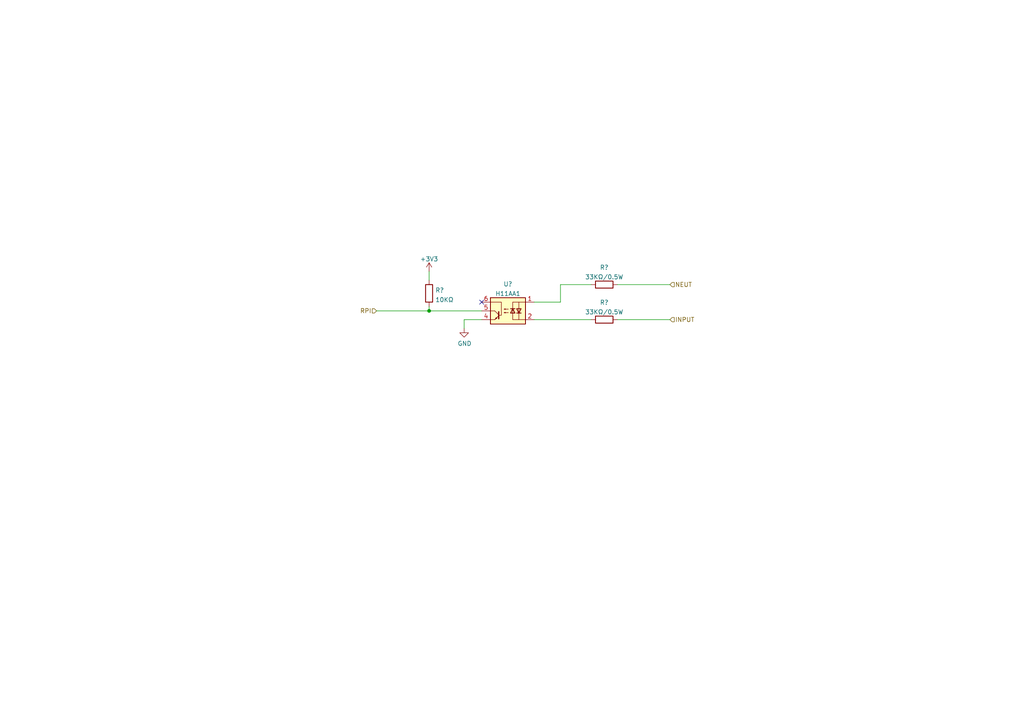
<source format=kicad_sch>
(kicad_sch (version 20211123) (generator eeschema)

  (uuid c343f10f-7158-458c-9d27-44b39b47bd87)

  (paper "A4")

  (lib_symbols
    (symbol "Device:R" (pin_numbers hide) (pin_names (offset 0)) (in_bom yes) (on_board yes)
      (property "Reference" "R" (id 0) (at 2.032 0 90)
        (effects (font (size 1.27 1.27)))
      )
      (property "Value" "R" (id 1) (at 0 0 90)
        (effects (font (size 1.27 1.27)))
      )
      (property "Footprint" "" (id 2) (at -1.778 0 90)
        (effects (font (size 1.27 1.27)) hide)
      )
      (property "Datasheet" "~" (id 3) (at 0 0 0)
        (effects (font (size 1.27 1.27)) hide)
      )
      (property "ki_keywords" "R res resistor" (id 4) (at 0 0 0)
        (effects (font (size 1.27 1.27)) hide)
      )
      (property "ki_description" "Resistor" (id 5) (at 0 0 0)
        (effects (font (size 1.27 1.27)) hide)
      )
      (property "ki_fp_filters" "R_*" (id 6) (at 0 0 0)
        (effects (font (size 1.27 1.27)) hide)
      )
      (symbol "R_0_1"
        (rectangle (start -1.016 -2.54) (end 1.016 2.54)
          (stroke (width 0.254) (type default) (color 0 0 0 0))
          (fill (type none))
        )
      )
      (symbol "R_1_1"
        (pin passive line (at 0 3.81 270) (length 1.27)
          (name "~" (effects (font (size 1.27 1.27))))
          (number "1" (effects (font (size 1.27 1.27))))
        )
        (pin passive line (at 0 -3.81 90) (length 1.27)
          (name "~" (effects (font (size 1.27 1.27))))
          (number "2" (effects (font (size 1.27 1.27))))
        )
      )
    )
    (symbol "Isolator:H11AA1" (in_bom yes) (on_board yes)
      (property "Reference" "U" (id 0) (at -5.334 4.953 0)
        (effects (font (size 1.27 1.27)) (justify left))
      )
      (property "Value" "H11AA1" (id 1) (at 0.635 4.953 0)
        (effects (font (size 1.27 1.27)) (justify left))
      )
      (property "Footprint" "Package_DIP:DIP-6_W7.62mm" (id 2) (at -12.446 -4.953 0)
        (effects (font (size 1.27 1.27) italic) (justify left) hide)
      )
      (property "Datasheet" "https://www.vishay.com/docs/83608/h11aa1.pdf" (id 3) (at 19.304 16.002 0)
        (effects (font (size 1.27 1.27)) (justify left) hide)
      )
      (property "ki_keywords" "NPN AC DC Optocoupler" (id 4) (at 0 0 0)
        (effects (font (size 1.27 1.27)) hide)
      )
      (property "ki_description" "AC/DC NPN Optocoupler, DIP-6" (id 5) (at 0 0 0)
        (effects (font (size 1.27 1.27)) hide)
      )
      (property "ki_fp_filters" "DIP*W7.62mm*" (id 6) (at 0 0 0)
        (effects (font (size 1.27 1.27)) hide)
      )
      (symbol "H11AA1_0_1"
        (polyline
          (pts
            (xy -2.032 0.635)
            (xy -0.762 0.635)
          )
          (stroke (width 0.254) (type default) (color 0 0 0 0))
          (fill (type none))
        )
        (polyline
          (pts
            (xy -1.397 -2.54)
            (xy -3.175 -2.54)
          )
          (stroke (width 0.1524) (type default) (color 0 0 0 0))
          (fill (type none))
        )
        (polyline
          (pts
            (xy -1.397 -0.635)
            (xy -1.397 -2.54)
          )
          (stroke (width 0) (type default) (color 0 0 0 0))
          (fill (type none))
        )
        (polyline
          (pts
            (xy -1.397 0.635)
            (xy -1.397 -0.635)
          )
          (stroke (width 0) (type default) (color 0 0 0 0))
          (fill (type none))
        )
        (polyline
          (pts
            (xy -1.397 0.635)
            (xy -1.397 2.54)
          )
          (stroke (width 0) (type default) (color 0 0 0 0))
          (fill (type none))
        )
        (polyline
          (pts
            (xy -1.397 2.54)
            (xy -3.175 2.54)
          )
          (stroke (width 0.1524) (type default) (color 0 0 0 0))
          (fill (type none))
        )
        (polyline
          (pts
            (xy -1.397 0.635)
            (xy -2.032 -0.635)
            (xy -0.762 -0.635)
            (xy -1.397 0.635)
          )
          (stroke (width 0.254) (type default) (color 0 0 0 0))
          (fill (type none))
        )
      )
      (symbol "H11AA1_1_1"
        (rectangle (start -5.08 3.81) (end 5.08 -3.81)
          (stroke (width 0.254) (type default) (color 0 0 0 0))
          (fill (type background))
        )
        (polyline
          (pts
            (xy -3.81 -0.635)
            (xy -2.54 -0.635)
          )
          (stroke (width 0.254) (type default) (color 0 0 0 0))
          (fill (type none))
        )
        (polyline
          (pts
            (xy 2.667 -1.397)
            (xy 3.81 -2.54)
          )
          (stroke (width 0) (type default) (color 0 0 0 0))
          (fill (type none))
        )
        (polyline
          (pts
            (xy 2.667 -1.143)
            (xy 3.81 0)
          )
          (stroke (width 0) (type default) (color 0 0 0 0))
          (fill (type none))
        )
        (polyline
          (pts
            (xy 3.81 -2.54)
            (xy 5.08 -2.54)
          )
          (stroke (width 0) (type default) (color 0 0 0 0))
          (fill (type none))
        )
        (polyline
          (pts
            (xy 3.81 0)
            (xy 5.08 0)
          )
          (stroke (width 0) (type default) (color 0 0 0 0))
          (fill (type none))
        )
        (polyline
          (pts
            (xy 2.667 -0.254)
            (xy 2.667 -2.286)
            (xy 2.667 -2.286)
          )
          (stroke (width 0.3556) (type default) (color 0 0 0 0))
          (fill (type none))
        )
        (polyline
          (pts
            (xy -5.08 -2.54)
            (xy -3.175 -2.54)
            (xy -3.175 2.54)
            (xy -5.08 2.54)
          )
          (stroke (width 0) (type default) (color 0 0 0 0))
          (fill (type none))
        )
        (polyline
          (pts
            (xy -3.175 -0.635)
            (xy -3.81 0.635)
            (xy -2.54 0.635)
            (xy -3.175 -0.635)
          )
          (stroke (width 0.254) (type default) (color 0 0 0 0))
          (fill (type none))
        )
        (polyline
          (pts
            (xy 3.683 -2.413)
            (xy 3.429 -1.905)
            (xy 3.175 -2.159)
            (xy 3.683 -2.413)
          )
          (stroke (width 0) (type default) (color 0 0 0 0))
          (fill (type none))
        )
        (polyline
          (pts
            (xy 5.08 2.54)
            (xy 1.905 2.54)
            (xy 1.905 -1.27)
            (xy 2.54 -1.27)
          )
          (stroke (width 0) (type default) (color 0 0 0 0))
          (fill (type none))
        )
        (polyline
          (pts
            (xy -0.127 -0.508)
            (xy 1.143 -0.508)
            (xy 0.762 -0.635)
            (xy 0.762 -0.381)
            (xy 1.143 -0.508)
          )
          (stroke (width 0) (type default) (color 0 0 0 0))
          (fill (type none))
        )
        (polyline
          (pts
            (xy -0.127 0.508)
            (xy 1.143 0.508)
            (xy 0.762 0.381)
            (xy 0.762 0.635)
            (xy 1.143 0.508)
          )
          (stroke (width 0) (type default) (color 0 0 0 0))
          (fill (type none))
        )
        (pin passive line (at -7.62 2.54 0) (length 2.54)
          (name "~" (effects (font (size 1.27 1.27))))
          (number "1" (effects (font (size 1.27 1.27))))
        )
        (pin passive line (at -7.62 -2.54 0) (length 2.54)
          (name "~" (effects (font (size 1.27 1.27))))
          (number "2" (effects (font (size 1.27 1.27))))
        )
        (pin no_connect line (at -5.08 0 0) (length 2.54) hide
          (name "NC" (effects (font (size 1.27 1.27))))
          (number "3" (effects (font (size 1.27 1.27))))
        )
        (pin passive line (at 7.62 -2.54 180) (length 2.54)
          (name "~" (effects (font (size 1.27 1.27))))
          (number "4" (effects (font (size 1.27 1.27))))
        )
        (pin passive line (at 7.62 0 180) (length 2.54)
          (name "~" (effects (font (size 1.27 1.27))))
          (number "5" (effects (font (size 1.27 1.27))))
        )
        (pin passive line (at 7.62 2.54 180) (length 2.54)
          (name "~" (effects (font (size 1.27 1.27))))
          (number "6" (effects (font (size 1.27 1.27))))
        )
      )
    )
    (symbol "power:+3V3" (power) (pin_names (offset 0)) (in_bom yes) (on_board yes)
      (property "Reference" "#PWR" (id 0) (at 0 -3.81 0)
        (effects (font (size 1.27 1.27)) hide)
      )
      (property "Value" "+3V3" (id 1) (at 0 3.556 0)
        (effects (font (size 1.27 1.27)))
      )
      (property "Footprint" "" (id 2) (at 0 0 0)
        (effects (font (size 1.27 1.27)) hide)
      )
      (property "Datasheet" "" (id 3) (at 0 0 0)
        (effects (font (size 1.27 1.27)) hide)
      )
      (property "ki_keywords" "power-flag" (id 4) (at 0 0 0)
        (effects (font (size 1.27 1.27)) hide)
      )
      (property "ki_description" "Power symbol creates a global label with name \"+3V3\"" (id 5) (at 0 0 0)
        (effects (font (size 1.27 1.27)) hide)
      )
      (symbol "+3V3_0_1"
        (polyline
          (pts
            (xy -0.762 1.27)
            (xy 0 2.54)
          )
          (stroke (width 0) (type default) (color 0 0 0 0))
          (fill (type none))
        )
        (polyline
          (pts
            (xy 0 0)
            (xy 0 2.54)
          )
          (stroke (width 0) (type default) (color 0 0 0 0))
          (fill (type none))
        )
        (polyline
          (pts
            (xy 0 2.54)
            (xy 0.762 1.27)
          )
          (stroke (width 0) (type default) (color 0 0 0 0))
          (fill (type none))
        )
      )
      (symbol "+3V3_1_1"
        (pin power_in line (at 0 0 90) (length 0) hide
          (name "+3V3" (effects (font (size 1.27 1.27))))
          (number "1" (effects (font (size 1.27 1.27))))
        )
      )
    )
    (symbol "power:GND" (power) (pin_names (offset 0)) (in_bom yes) (on_board yes)
      (property "Reference" "#PWR" (id 0) (at 0 -6.35 0)
        (effects (font (size 1.27 1.27)) hide)
      )
      (property "Value" "GND" (id 1) (at 0 -3.81 0)
        (effects (font (size 1.27 1.27)))
      )
      (property "Footprint" "" (id 2) (at 0 0 0)
        (effects (font (size 1.27 1.27)) hide)
      )
      (property "Datasheet" "" (id 3) (at 0 0 0)
        (effects (font (size 1.27 1.27)) hide)
      )
      (property "ki_keywords" "power-flag" (id 4) (at 0 0 0)
        (effects (font (size 1.27 1.27)) hide)
      )
      (property "ki_description" "Power symbol creates a global label with name \"GND\" , ground" (id 5) (at 0 0 0)
        (effects (font (size 1.27 1.27)) hide)
      )
      (symbol "GND_0_1"
        (polyline
          (pts
            (xy 0 0)
            (xy 0 -1.27)
            (xy 1.27 -1.27)
            (xy 0 -2.54)
            (xy -1.27 -1.27)
            (xy 0 -1.27)
          )
          (stroke (width 0) (type default) (color 0 0 0 0))
          (fill (type none))
        )
      )
      (symbol "GND_1_1"
        (pin power_in line (at 0 0 270) (length 0) hide
          (name "GND" (effects (font (size 1.27 1.27))))
          (number "1" (effects (font (size 1.27 1.27))))
        )
      )
    )
  )

  (junction (at 124.46 90.17) (diameter 0) (color 0 0 0 0)
    (uuid e669f50f-c0c7-47dc-bb2a-e91d60de4d9c)
  )

  (no_connect (at 139.7 87.63) (uuid 71d0e52b-424a-41bc-b352-e507e825b0ed))

  (wire (pts (xy 134.62 92.71) (xy 139.7 92.71))
    (stroke (width 0) (type default) (color 0 0 0 0))
    (uuid 04cb5144-19c2-4e6a-b992-a38db876df26)
  )
  (wire (pts (xy 124.46 88.9) (xy 124.46 90.17))
    (stroke (width 0) (type default) (color 0 0 0 0))
    (uuid 10eaaac1-eac8-48f5-93d6-5543a9d22034)
  )
  (wire (pts (xy 109.22 90.17) (xy 124.46 90.17))
    (stroke (width 0) (type default) (color 0 0 0 0))
    (uuid 229fb7d2-6c48-4120-ab8f-3a4cdfead7a0)
  )
  (wire (pts (xy 124.46 90.17) (xy 139.7 90.17))
    (stroke (width 0) (type default) (color 0 0 0 0))
    (uuid 274bf109-e745-4b31-8403-4df85fb6481f)
  )
  (wire (pts (xy 134.62 92.71) (xy 134.62 95.25))
    (stroke (width 0) (type default) (color 0 0 0 0))
    (uuid 400d7499-cda1-432f-a720-e9564b76ff05)
  )
  (wire (pts (xy 179.07 92.71) (xy 194.31 92.71))
    (stroke (width 0) (type default) (color 0 0 0 0))
    (uuid 61905c00-f230-448f-8a42-c2bb2b239b35)
  )
  (wire (pts (xy 179.07 82.55) (xy 194.31 82.55))
    (stroke (width 0) (type default) (color 0 0 0 0))
    (uuid 66d2f3cc-8a8f-4195-a375-78e0778f2b1b)
  )
  (wire (pts (xy 171.45 82.55) (xy 162.56 82.55))
    (stroke (width 0) (type default) (color 0 0 0 0))
    (uuid 71f6f784-7683-4b87-8936-d759b44756be)
  )
  (wire (pts (xy 154.94 87.63) (xy 162.56 87.63))
    (stroke (width 0) (type default) (color 0 0 0 0))
    (uuid 9c193d77-3f70-4177-82fc-db9b7feccaf1)
  )
  (wire (pts (xy 162.56 82.55) (xy 162.56 87.63))
    (stroke (width 0) (type default) (color 0 0 0 0))
    (uuid aed3f367-ed2e-4ee0-a9c1-a1d33fea10e8)
  )
  (wire (pts (xy 154.94 92.71) (xy 171.45 92.71))
    (stroke (width 0) (type default) (color 0 0 0 0))
    (uuid b6cd204a-21a4-480f-827f-1a2bee614cc4)
  )
  (wire (pts (xy 124.46 78.74) (xy 124.46 81.28))
    (stroke (width 0) (type default) (color 0 0 0 0))
    (uuid c62bdbe1-a223-42f5-8a5d-ee74f8ec94e5)
  )

  (hierarchical_label "NEUT" (shape input) (at 194.31 82.55 0)
    (effects (font (size 1.27 1.27)) (justify left))
    (uuid 3328c280-68ed-4c11-99a9-60e61ebd36f7)
  )
  (hierarchical_label "INPUT" (shape input) (at 194.31 92.71 0)
    (effects (font (size 1.27 1.27)) (justify left))
    (uuid 78ba1220-34f0-41e2-9467-c8ba2866b33d)
  )
  (hierarchical_label "RPI" (shape input) (at 109.22 90.17 180)
    (effects (font (size 1.27 1.27)) (justify right))
    (uuid f6fdeeeb-b652-46ee-8a45-454005038891)
  )

  (symbol (lib_id "Device:R") (at 175.26 92.71 270)
    (in_bom yes) (on_board yes) (fields_autoplaced)
    (uuid 08a74ac8-5bcd-426f-b5da-0fa70ebf8fcd)
    (property "Reference" "R?" (id 0) (at 175.26 87.7275 90))
    (property "Value" "33KΩ/0.5W" (id 1) (at 175.26 90.5026 90))
    (property "Footprint" "Resistor_SMD:R_0805_2012Metric" (id 2) (at 175.26 90.932 90)
      (effects (font (size 1.27 1.27)) hide)
    )
    (property "Datasheet" "https://datasheet.lcsc.com/lcsc/2012181743_UNI-ROYAL-Uniroyal-Elec-AS05W2J0333T5E_C966118.pdf" (id 3) (at 175.26 92.71 0)
      (effects (font (size 1.27 1.27)) hide)
    )
    (property "LCSC" "C966118" (id 4) (at 175.26 92.71 90)
      (effects (font (size 1.27 1.27)) hide)
    )
    (pin "1" (uuid 6964fd78-d016-4d29-b856-70a03e182a60))
    (pin "2" (uuid 037add00-be79-400f-ac5d-e2d0bb977be3))
  )

  (symbol (lib_id "power:GND") (at 134.62 95.25 0)
    (in_bom yes) (on_board yes)
    (uuid 0e4149d8-42d0-4fbe-adbe-eafc31ac8a00)
    (property "Reference" "#PWR?" (id 0) (at 134.62 101.6 0)
      (effects (font (size 1.27 1.27)) hide)
    )
    (property "Value" "GND" (id 1) (at 134.747 99.6442 0))
    (property "Footprint" "" (id 2) (at 134.62 95.25 0)
      (effects (font (size 1.27 1.27)) hide)
    )
    (property "Datasheet" "" (id 3) (at 134.62 95.25 0)
      (effects (font (size 1.27 1.27)) hide)
    )
    (pin "1" (uuid 0c520d28-d926-4b10-bef9-03dfd26bc64a))
  )

  (symbol (lib_id "power:+3V3") (at 124.46 78.74 0)
    (in_bom yes) (on_board yes) (fields_autoplaced)
    (uuid 593bd94d-bb1f-4b56-85e8-ef6e8c44a556)
    (property "Reference" "#PWR?" (id 0) (at 124.46 82.55 0)
      (effects (font (size 1.27 1.27)) hide)
    )
    (property "Value" "+3V3" (id 1) (at 124.46 75.1355 0))
    (property "Footprint" "" (id 2) (at 124.46 78.74 0)
      (effects (font (size 1.27 1.27)) hide)
    )
    (property "Datasheet" "" (id 3) (at 124.46 78.74 0)
      (effects (font (size 1.27 1.27)) hide)
    )
    (pin "1" (uuid e399e1e2-26df-487b-9274-ff5e72e8a252))
  )

  (symbol (lib_id "Isolator:H11AA1") (at 147.32 90.17 0) (mirror y)
    (in_bom yes) (on_board yes) (fields_autoplaced)
    (uuid 9f19345d-66cb-4601-bac7-03a2b5193449)
    (property "Reference" "U?" (id 0) (at 147.32 82.3935 0))
    (property "Value" "H11AA1" (id 1) (at 147.32 85.1686 0))
    (property "Footprint" "Package_DIP:SMDIP-6_W9.53mm" (id 2) (at 159.766 95.123 0)
      (effects (font (size 1.27 1.27) italic) (justify left) hide)
    )
    (property "Datasheet" "https://datasheet.lcsc.com/lcsc/1809111517_ON-Semiconductor-H11AA1SM_C184383.pdf" (id 3) (at 128.016 74.168 0)
      (effects (font (size 1.27 1.27)) (justify left) hide)
    )
    (property "LCSC" "C184383" (id 4) (at 147.32 90.17 0)
      (effects (font (size 1.27 1.27)) hide)
    )
    (pin "1" (uuid 6a3e56a1-6927-454b-8dab-90e5e4dfc76c))
    (pin "2" (uuid 76c074b8-aa40-41ef-beda-ae5582aadca3))
    (pin "3" (uuid 3edc3dd8-2333-470c-92f3-a283d739f168))
    (pin "4" (uuid 7fe395c9-fe5c-44b4-a617-586836cdf68d))
    (pin "5" (uuid 7daacfdc-29f9-45ee-8ae4-8baf1780251b))
    (pin "6" (uuid 2b771c7e-b396-4660-9a47-a3bb2cb21ca1))
  )

  (symbol (lib_id "Device:R") (at 124.46 85.09 180)
    (in_bom yes) (on_board yes) (fields_autoplaced)
    (uuid b0bcac91-b6ad-4247-a3c0-50427a6e5df7)
    (property "Reference" "R?" (id 0) (at 126.238 84.1815 0)
      (effects (font (size 1.27 1.27)) (justify right))
    )
    (property "Value" "10KΩ" (id 1) (at 126.238 86.9566 0)
      (effects (font (size 1.27 1.27)) (justify right))
    )
    (property "Footprint" "Resistor_SMD:R_0603_1608Metric" (id 2) (at 126.238 85.09 90)
      (effects (font (size 1.27 1.27)) hide)
    )
    (property "Datasheet" "https://datasheet.lcsc.com/lcsc/1811062009_UNI-ROYAL-Uniroyal-Elec-0603WAF1002T5E_C25804.pdf" (id 3) (at 124.46 85.09 0)
      (effects (font (size 1.27 1.27)) hide)
    )
    (property "LCSC" "C25804" (id 4) (at 124.46 85.09 0)
      (effects (font (size 1.27 1.27)) hide)
    )
    (pin "1" (uuid 8d6348e1-f303-44d4-bb4b-c5bf95bc1d11))
    (pin "2" (uuid 27343040-9fd0-455e-b0f3-1827c93361af))
  )

  (symbol (lib_id "Device:R") (at 175.26 82.55 270)
    (in_bom yes) (on_board yes) (fields_autoplaced)
    (uuid de3e121c-5d41-414b-b665-b01bc8d83612)
    (property "Reference" "R?" (id 0) (at 175.26 77.5675 90))
    (property "Value" "33KΩ/0.5W" (id 1) (at 175.26 80.3426 90))
    (property "Footprint" "Resistor_SMD:R_0805_2012Metric" (id 2) (at 175.26 80.772 90)
      (effects (font (size 1.27 1.27)) hide)
    )
    (property "Datasheet" "https://datasheet.lcsc.com/lcsc/2012181743_UNI-ROYAL-Uniroyal-Elec-AS05W2J0333T5E_C966118.pdf" (id 3) (at 175.26 82.55 0)
      (effects (font (size 1.27 1.27)) hide)
    )
    (property "LCSC" "C966118" (id 4) (at 175.26 82.55 90)
      (effects (font (size 1.27 1.27)) hide)
    )
    (pin "1" (uuid a805c33d-173c-4506-90bc-b15e3390a20e))
    (pin "2" (uuid 14a7a41a-7b62-4b9d-8496-102da86f2afa))
  )
)

</source>
